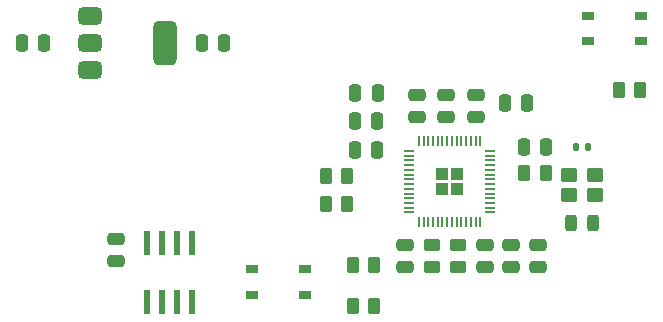
<source format=gbr>
%TF.GenerationSoftware,KiCad,Pcbnew,9.0.6*%
%TF.CreationDate,2026-01-01T04:38:27-06:00*%
%TF.ProjectId,2040Listener,32303430-4c69-4737-9465-6e65722e6b69,rev?*%
%TF.SameCoordinates,Original*%
%TF.FileFunction,Paste,Top*%
%TF.FilePolarity,Positive*%
%FSLAX46Y46*%
G04 Gerber Fmt 4.6, Leading zero omitted, Abs format (unit mm)*
G04 Created by KiCad (PCBNEW 9.0.6) date 2026-01-01 04:38:27*
%MOMM*%
%LPD*%
G01*
G04 APERTURE LIST*
G04 Aperture macros list*
%AMRoundRect*
0 Rectangle with rounded corners*
0 $1 Rounding radius*
0 $2 $3 $4 $5 $6 $7 $8 $9 X,Y pos of 4 corners*
0 Add a 4 corners polygon primitive as box body*
4,1,4,$2,$3,$4,$5,$6,$7,$8,$9,$2,$3,0*
0 Add four circle primitives for the rounded corners*
1,1,$1+$1,$2,$3*
1,1,$1+$1,$4,$5*
1,1,$1+$1,$6,$7*
1,1,$1+$1,$8,$9*
0 Add four rect primitives between the rounded corners*
20,1,$1+$1,$2,$3,$4,$5,0*
20,1,$1+$1,$4,$5,$6,$7,0*
20,1,$1+$1,$6,$7,$8,$9,0*
20,1,$1+$1,$8,$9,$2,$3,0*%
G04 Aperture macros list end*
%ADD10RoundRect,0.140000X-0.140000X-0.170000X0.140000X-0.170000X0.140000X0.170000X-0.140000X0.170000X0*%
%ADD11RoundRect,0.250000X0.292217X-0.292217X0.292217X0.292217X-0.292217X0.292217X-0.292217X-0.292217X0*%
%ADD12RoundRect,0.050000X0.050000X-0.387500X0.050000X0.387500X-0.050000X0.387500X-0.050000X-0.387500X0*%
%ADD13RoundRect,0.050000X0.387500X-0.050000X0.387500X0.050000X-0.387500X0.050000X-0.387500X-0.050000X0*%
%ADD14RoundRect,0.250000X0.450000X-0.262500X0.450000X0.262500X-0.450000X0.262500X-0.450000X-0.262500X0*%
%ADD15R,0.990600X0.711200*%
%ADD16RoundRect,0.250000X-0.262500X-0.450000X0.262500X-0.450000X0.262500X0.450000X-0.262500X0.450000X0*%
%ADD17RoundRect,0.250000X0.475000X-0.250000X0.475000X0.250000X-0.475000X0.250000X-0.475000X-0.250000X0*%
%ADD18RoundRect,0.250000X0.250000X0.475000X-0.250000X0.475000X-0.250000X-0.475000X0.250000X-0.475000X0*%
%ADD19RoundRect,0.071250X0.213750X-0.913750X0.213750X0.913750X-0.213750X0.913750X-0.213750X-0.913750X0*%
%ADD20RoundRect,0.250000X-0.450000X-0.350000X0.450000X-0.350000X0.450000X0.350000X-0.450000X0.350000X0*%
%ADD21RoundRect,0.375000X-0.625000X-0.375000X0.625000X-0.375000X0.625000X0.375000X-0.625000X0.375000X0*%
%ADD22RoundRect,0.500000X-0.500000X-1.400000X0.500000X-1.400000X0.500000X1.400000X-0.500000X1.400000X0*%
%ADD23RoundRect,0.250000X0.262500X0.450000X-0.262500X0.450000X-0.262500X-0.450000X0.262500X-0.450000X0*%
%ADD24RoundRect,0.250000X-0.250000X-0.475000X0.250000X-0.475000X0.250000X0.475000X-0.250000X0.475000X0*%
%ADD25RoundRect,0.243750X-0.243750X-0.456250X0.243750X-0.456250X0.243750X0.456250X-0.243750X0.456250X0*%
%ADD26RoundRect,0.250000X-0.475000X0.250000X-0.475000X-0.250000X0.475000X-0.250000X0.475000X0.250000X0*%
G04 APERTURE END LIST*
D10*
%TO.C,C14*%
X157020000Y-63750000D03*
X157980000Y-63750000D03*
%TD*%
D11*
%TO.C,U1*%
X145637500Y-67362500D03*
X146912500Y-67362500D03*
X145637500Y-66087500D03*
X146912500Y-66087500D03*
D12*
X143675000Y-70162500D03*
X144075000Y-70162500D03*
X144475000Y-70162500D03*
X144875000Y-70162500D03*
X145275000Y-70162500D03*
X145675000Y-70162500D03*
X146075000Y-70162500D03*
X146475000Y-70162500D03*
X146875000Y-70162500D03*
X147275000Y-70162500D03*
X147675000Y-70162500D03*
X148075000Y-70162500D03*
X148475000Y-70162500D03*
X148875000Y-70162500D03*
D13*
X149712500Y-69325000D03*
X149712500Y-68925000D03*
X149712500Y-68525000D03*
X149712500Y-68125000D03*
X149712500Y-67725000D03*
X149712500Y-67325000D03*
X149712500Y-66925000D03*
X149712500Y-66525000D03*
X149712500Y-66125000D03*
X149712500Y-65725000D03*
X149712500Y-65325000D03*
X149712500Y-64925000D03*
X149712500Y-64525000D03*
X149712500Y-64125000D03*
D12*
X148875000Y-63287500D03*
X148475000Y-63287500D03*
X148075000Y-63287500D03*
X147675000Y-63287500D03*
X147275000Y-63287500D03*
X146875000Y-63287500D03*
X146475000Y-63287500D03*
X146075000Y-63287500D03*
X145675000Y-63287500D03*
X145275000Y-63287500D03*
X144875000Y-63287500D03*
X144475000Y-63287500D03*
X144075000Y-63287500D03*
X143675000Y-63287500D03*
D13*
X142837500Y-64125000D03*
X142837500Y-64525000D03*
X142837500Y-64925000D03*
X142837500Y-65325000D03*
X142837500Y-65725000D03*
X142837500Y-66125000D03*
X142837500Y-66525000D03*
X142837500Y-66925000D03*
X142837500Y-67325000D03*
X142837500Y-67725000D03*
X142837500Y-68125000D03*
X142837500Y-68525000D03*
X142837500Y-68925000D03*
X142837500Y-69325000D03*
%TD*%
D14*
%TO.C,R8*%
X147000000Y-73912500D03*
X147000000Y-72087500D03*
%TD*%
%TO.C,R7*%
X144750000Y-73912500D03*
X144750000Y-72087500D03*
%TD*%
D15*
%TO.C,SW2*%
X162500001Y-54824999D03*
X157999999Y-54824999D03*
X162500001Y-52675001D03*
X157999999Y-52675001D03*
%TD*%
D16*
%TO.C,R6*%
X160587500Y-59000000D03*
X162412500Y-59000000D03*
%TD*%
D17*
%TO.C,C2*%
X143500000Y-59350000D03*
X143500000Y-61250000D03*
%TD*%
D18*
%TO.C,C5*%
X140150000Y-61600000D03*
X138250000Y-61600000D03*
%TD*%
D19*
%TO.C,U4*%
X120695000Y-76875000D03*
X121965000Y-76875000D03*
X123235000Y-76875000D03*
X124505000Y-76875000D03*
X124505000Y-71925000D03*
X123235000Y-71925000D03*
X121965000Y-71925000D03*
X120695000Y-71925000D03*
%TD*%
D15*
%TO.C,SW1*%
X134050001Y-76274999D03*
X129549999Y-76274999D03*
X134050001Y-74125001D03*
X129549999Y-74125001D03*
%TD*%
D20*
%TO.C,Y1*%
X156400000Y-67850000D03*
X158600000Y-67850000D03*
X158600000Y-66150000D03*
X156400000Y-66150000D03*
%TD*%
D21*
%TO.C,U2*%
X115850000Y-57300000D03*
D22*
X122150000Y-55000000D03*
D21*
X115850000Y-55000000D03*
X115850000Y-52700000D03*
%TD*%
D16*
%TO.C,R5*%
X152587500Y-66000000D03*
X154412500Y-66000000D03*
%TD*%
D23*
%TO.C,R4*%
X139912500Y-77250000D03*
X138087500Y-77250000D03*
%TD*%
%TO.C,R3*%
X139912500Y-73750000D03*
X138087500Y-73750000D03*
%TD*%
D16*
%TO.C,R2*%
X135787500Y-66200000D03*
X137612500Y-66200000D03*
%TD*%
%TO.C,R1*%
X135787500Y-68600000D03*
X137612500Y-68600000D03*
%TD*%
D17*
%TO.C,C17*%
X118000000Y-73450000D03*
X118000000Y-71550000D03*
%TD*%
D24*
%TO.C,C16*%
X125300000Y-55000000D03*
X127200000Y-55000000D03*
%TD*%
D18*
%TO.C,C15*%
X111950000Y-55000000D03*
X110050000Y-55000000D03*
%TD*%
D25*
%TO.C,C13*%
X156562500Y-70250000D03*
X158437500Y-70250000D03*
%TD*%
D17*
%TO.C,C12*%
X148500000Y-61250000D03*
X148500000Y-59350000D03*
%TD*%
%TO.C,C11*%
X146000000Y-61250000D03*
X146000000Y-59350000D03*
%TD*%
D26*
%TO.C,C10*%
X153750000Y-72050000D03*
X153750000Y-73950000D03*
%TD*%
D24*
%TO.C,C9*%
X150950000Y-60100000D03*
X152850000Y-60100000D03*
%TD*%
D26*
%TO.C,C8*%
X151500000Y-72050000D03*
X151500000Y-73950000D03*
%TD*%
%TO.C,C7*%
X149250000Y-72050000D03*
X149250000Y-73950000D03*
%TD*%
%TO.C,C6*%
X142500000Y-72050000D03*
X142500000Y-73950000D03*
%TD*%
D24*
%TO.C,C4*%
X152550000Y-63800000D03*
X154450000Y-63800000D03*
%TD*%
D18*
%TO.C,C3*%
X140150000Y-64000000D03*
X138250000Y-64000000D03*
%TD*%
%TO.C,C1*%
X140200000Y-59250000D03*
X138300000Y-59250000D03*
%TD*%
M02*

</source>
